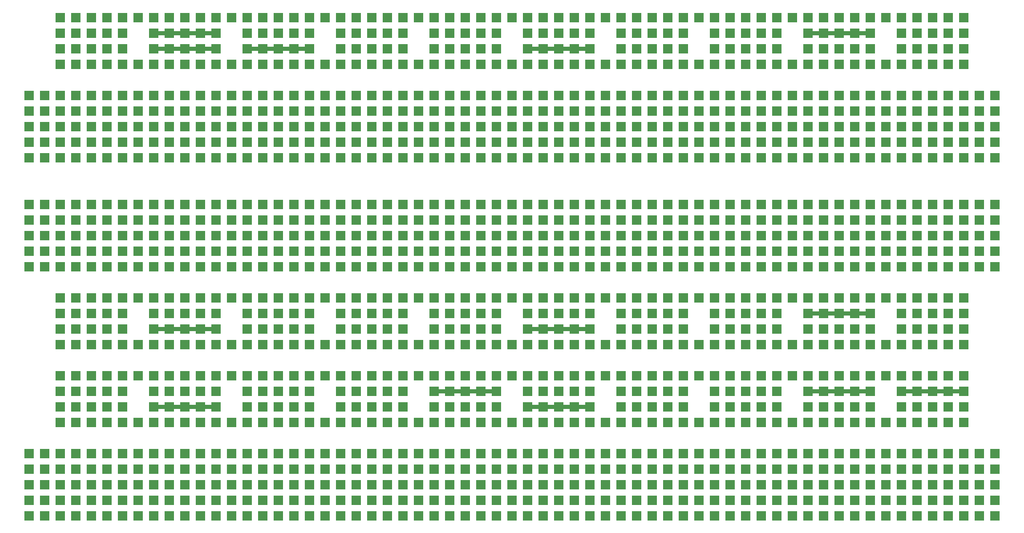
<source format=gbr>
G04 #@! TF.GenerationSoftware,KiCad,Pcbnew,(5.1.5)-3*
G04 #@! TF.CreationDate,2020-06-05T14:31:45+02:00*
G04 #@! TF.ProjectId,Perfboard,50657266-626f-4617-9264-2e6b69636164,rev?*
G04 #@! TF.SameCoordinates,Original*
G04 #@! TF.FileFunction,Copper,L1,Top*
G04 #@! TF.FilePolarity,Positive*
%FSLAX46Y46*%
G04 Gerber Fmt 4.6, Leading zero omitted, Abs format (unit mm)*
G04 Created by KiCad (PCBNEW (5.1.5)-3) date 2020-06-05 14:31:45*
%MOMM*%
%LPD*%
G04 APERTURE LIST*
%ADD10R,1.524000X1.524000*%
%ADD11C,0.700000*%
G04 APERTURE END LIST*
D10*
X152400000Y-38100000D03*
X162560000Y-35560000D03*
X127000000Y-45720000D03*
X147320000Y-40640000D03*
X129540000Y-43180000D03*
X127000000Y-43180000D03*
X142240000Y-43180000D03*
X121920000Y-43180000D03*
X132080000Y-43180000D03*
X124460000Y-45720000D03*
X132080000Y-40640000D03*
X139700000Y-35560000D03*
X124460000Y-35560000D03*
X119380000Y-35560000D03*
X121920000Y-45720000D03*
X180340000Y-40640000D03*
X149860000Y-45720000D03*
X124460000Y-40640000D03*
X127000000Y-40640000D03*
X119380000Y-45720000D03*
X116840000Y-35560000D03*
X116840000Y-45720000D03*
X116840000Y-43180000D03*
X132080000Y-45720000D03*
X132080000Y-35560000D03*
X154940000Y-35560000D03*
X144780000Y-43180000D03*
X152400000Y-43180000D03*
X139700000Y-38100000D03*
X121920000Y-40640000D03*
X116840000Y-38100000D03*
X134620000Y-45720000D03*
X147320000Y-38100000D03*
X129540000Y-35560000D03*
X142240000Y-35560000D03*
X144780000Y-40640000D03*
X139700000Y-40640000D03*
X127000000Y-35560000D03*
X119380000Y-40640000D03*
X119380000Y-38100000D03*
X124460000Y-43180000D03*
X132080000Y-38100000D03*
X121920000Y-35560000D03*
X111760000Y-38100000D03*
X96520000Y-35560000D03*
X114300000Y-45720000D03*
X109220000Y-38100000D03*
X106680000Y-40640000D03*
X111760000Y-40640000D03*
X99060000Y-43180000D03*
X114300000Y-40640000D03*
X106680000Y-43180000D03*
X109220000Y-35560000D03*
X104140000Y-43180000D03*
X114300000Y-43180000D03*
X99060000Y-45720000D03*
X109220000Y-40640000D03*
X116840000Y-40640000D03*
X111760000Y-43180000D03*
X106680000Y-35560000D03*
X114300000Y-38100000D03*
X134620000Y-35560000D03*
X129540000Y-40640000D03*
X101600000Y-45720000D03*
X83820000Y-40640000D03*
X83820000Y-38100000D03*
X76200000Y-43180000D03*
X86360000Y-43180000D03*
X104140000Y-45720000D03*
X104140000Y-38100000D03*
X127000000Y-38100000D03*
X99060000Y-38100000D03*
X91440000Y-43180000D03*
X88900000Y-35560000D03*
X96520000Y-40640000D03*
X106680000Y-38100000D03*
X81280000Y-45720000D03*
X101600000Y-40640000D03*
X93980000Y-40640000D03*
X96520000Y-43180000D03*
X111760000Y-45720000D03*
X109220000Y-45720000D03*
X104140000Y-40640000D03*
X114300000Y-35560000D03*
X93980000Y-45720000D03*
X88900000Y-45720000D03*
X83820000Y-35560000D03*
X109220000Y-43180000D03*
X111760000Y-35560000D03*
X93980000Y-43180000D03*
X88900000Y-43180000D03*
X101600000Y-38100000D03*
X93980000Y-38100000D03*
X81280000Y-43180000D03*
X104140000Y-35560000D03*
X78740000Y-43180000D03*
X106680000Y-45720000D03*
X129540000Y-38100000D03*
X96520000Y-45720000D03*
X81280000Y-38100000D03*
X86360000Y-45720000D03*
X76200000Y-45720000D03*
X78740000Y-45720000D03*
X81280000Y-40640000D03*
X71120000Y-40640000D03*
X88900000Y-38100000D03*
X86360000Y-35560000D03*
X86360000Y-40640000D03*
X76200000Y-35560000D03*
X101600000Y-35560000D03*
X78740000Y-35560000D03*
X73660000Y-45720000D03*
X83820000Y-43180000D03*
X99060000Y-35560000D03*
X68580000Y-43180000D03*
X73660000Y-43180000D03*
X73660000Y-40640000D03*
X96520000Y-38100000D03*
X76200000Y-38100000D03*
X83820000Y-45720000D03*
X101600000Y-43180000D03*
X78740000Y-38100000D03*
X71120000Y-45720000D03*
X76200000Y-40640000D03*
X78740000Y-40640000D03*
X73660000Y-38100000D03*
X73660000Y-35560000D03*
X71120000Y-43180000D03*
X68580000Y-40640000D03*
X66040000Y-38100000D03*
X63500000Y-35560000D03*
X60960000Y-38100000D03*
X68580000Y-35560000D03*
X63500000Y-45720000D03*
X55880000Y-35560000D03*
X99060000Y-40640000D03*
X86360000Y-38100000D03*
X55880000Y-45720000D03*
X55880000Y-43180000D03*
X53340000Y-40640000D03*
X93980000Y-35560000D03*
X58420000Y-43180000D03*
X63500000Y-43180000D03*
X88900000Y-40640000D03*
X66040000Y-35560000D03*
X53340000Y-45720000D03*
X81280000Y-35560000D03*
X71120000Y-38100000D03*
X68580000Y-38100000D03*
X91440000Y-38100000D03*
X60960000Y-45720000D03*
X68580000Y-45720000D03*
X66040000Y-43180000D03*
X55880000Y-38100000D03*
X91440000Y-45720000D03*
X60960000Y-40640000D03*
X91440000Y-35560000D03*
X91440000Y-40640000D03*
X66040000Y-45720000D03*
X63500000Y-40640000D03*
X71120000Y-35560000D03*
X66040000Y-40640000D03*
X58420000Y-38100000D03*
X58420000Y-45720000D03*
X63500000Y-38100000D03*
X53340000Y-43180000D03*
X53340000Y-38100000D03*
X55880000Y-40640000D03*
X45720000Y-43180000D03*
X48260000Y-35560000D03*
X48260000Y-45720000D03*
X45720000Y-45720000D03*
X43180000Y-38100000D03*
X38100000Y-43180000D03*
X43180000Y-40640000D03*
X48260000Y-43180000D03*
X40640000Y-38100000D03*
X40640000Y-43180000D03*
X43180000Y-35560000D03*
X38100000Y-45720000D03*
X35560000Y-35560000D03*
X40640000Y-45720000D03*
X35560000Y-43180000D03*
X60960000Y-35560000D03*
X38100000Y-35560000D03*
X50800000Y-35560000D03*
X50800000Y-45720000D03*
X60960000Y-43180000D03*
X35560000Y-38100000D03*
X50800000Y-40640000D03*
X58420000Y-35560000D03*
X58420000Y-40640000D03*
X48260000Y-40640000D03*
X38100000Y-38100000D03*
X43180000Y-43180000D03*
X40640000Y-35560000D03*
X50800000Y-38100000D03*
X27940000Y-45720000D03*
X45720000Y-35560000D03*
X33020000Y-40640000D03*
X35560000Y-40640000D03*
X40640000Y-40640000D03*
X25400000Y-45720000D03*
X30480000Y-45720000D03*
X22860000Y-38100000D03*
X43180000Y-45720000D03*
X33020000Y-45720000D03*
X45720000Y-38100000D03*
X30480000Y-40640000D03*
X53340000Y-35560000D03*
X38100000Y-40640000D03*
X27940000Y-35560000D03*
X30480000Y-43180000D03*
X25400000Y-38100000D03*
X35560000Y-45720000D03*
X33020000Y-43180000D03*
X30480000Y-35560000D03*
X45720000Y-40640000D03*
X27940000Y-43180000D03*
X50800000Y-43180000D03*
X25400000Y-43180000D03*
X22860000Y-40640000D03*
X22860000Y-45720000D03*
X22860000Y-43180000D03*
X33020000Y-38100000D03*
X27940000Y-38100000D03*
X30480000Y-38100000D03*
X48260000Y-38100000D03*
X25400000Y-35560000D03*
X22860000Y-35560000D03*
X27940000Y-40640000D03*
X33020000Y-35560000D03*
X25400000Y-40640000D03*
X180340000Y-45720000D03*
X175260000Y-38100000D03*
X177800000Y-40640000D03*
X175260000Y-40640000D03*
X180340000Y-38100000D03*
X175260000Y-45720000D03*
X180340000Y-43180000D03*
X177800000Y-35560000D03*
X170180000Y-35560000D03*
X165100000Y-40640000D03*
X177800000Y-45720000D03*
X167640000Y-43180000D03*
X175260000Y-43180000D03*
X157480000Y-43180000D03*
X162560000Y-38100000D03*
X177800000Y-43180000D03*
X165100000Y-38100000D03*
X172720000Y-43180000D03*
X170180000Y-45720000D03*
X157480000Y-38100000D03*
X170180000Y-43180000D03*
X175260000Y-35560000D03*
X165100000Y-35560000D03*
X160020000Y-43180000D03*
X162560000Y-43180000D03*
X157480000Y-45720000D03*
X160020000Y-45720000D03*
X154940000Y-45720000D03*
X170180000Y-40640000D03*
X157480000Y-40640000D03*
X165100000Y-43180000D03*
X160020000Y-35560000D03*
X167640000Y-35560000D03*
X172720000Y-35560000D03*
X152400000Y-40640000D03*
X149860000Y-43180000D03*
X162560000Y-45720000D03*
X167640000Y-40640000D03*
X170180000Y-38100000D03*
X157480000Y-35560000D03*
X152400000Y-45720000D03*
X172720000Y-40640000D03*
X147320000Y-45720000D03*
X149860000Y-38100000D03*
X167640000Y-45720000D03*
X177800000Y-38100000D03*
X172720000Y-38100000D03*
X134620000Y-43180000D03*
X137160000Y-43180000D03*
X142240000Y-40640000D03*
X124460000Y-38100000D03*
X154940000Y-43180000D03*
X137160000Y-40640000D03*
X154940000Y-40640000D03*
X162560000Y-40640000D03*
X165100000Y-45720000D03*
X160020000Y-38100000D03*
X137160000Y-45720000D03*
X137160000Y-38100000D03*
X152400000Y-35560000D03*
X149860000Y-35560000D03*
X147320000Y-43180000D03*
X160020000Y-40640000D03*
X144780000Y-38100000D03*
X144780000Y-45720000D03*
X154940000Y-38100000D03*
X167640000Y-38100000D03*
X139700000Y-45720000D03*
X139700000Y-43180000D03*
X134620000Y-40640000D03*
X142240000Y-38100000D03*
X144780000Y-35560000D03*
X172720000Y-45720000D03*
X142240000Y-45720000D03*
X129540000Y-45720000D03*
X180340000Y-35560000D03*
X137160000Y-35560000D03*
X119380000Y-43180000D03*
X134620000Y-38100000D03*
X121920000Y-38100000D03*
X149860000Y-40640000D03*
X147320000Y-35560000D03*
X175260000Y-58420000D03*
X170180000Y-53340000D03*
X177800000Y-63500000D03*
X167640000Y-60960000D03*
X162560000Y-55880000D03*
X180340000Y-55880000D03*
X165100000Y-58420000D03*
X175260000Y-60960000D03*
X157480000Y-60960000D03*
X177800000Y-53340000D03*
X172720000Y-60960000D03*
X180340000Y-60960000D03*
X180340000Y-63500000D03*
X175260000Y-63500000D03*
X175260000Y-55880000D03*
X177800000Y-60960000D03*
X165100000Y-55880000D03*
X177800000Y-58420000D03*
X170180000Y-63500000D03*
X160020000Y-60960000D03*
X154940000Y-63500000D03*
X170180000Y-58420000D03*
X157480000Y-58420000D03*
X170180000Y-60960000D03*
X162560000Y-60960000D03*
X175260000Y-53340000D03*
X165100000Y-60960000D03*
X167640000Y-53340000D03*
X152400000Y-58420000D03*
X149860000Y-60960000D03*
X160020000Y-53340000D03*
X172720000Y-53340000D03*
X162560000Y-63500000D03*
X165100000Y-53340000D03*
X157480000Y-63500000D03*
X160020000Y-63500000D03*
X167640000Y-58420000D03*
X170180000Y-55880000D03*
X157480000Y-55880000D03*
X157480000Y-53340000D03*
X180340000Y-53340000D03*
X152400000Y-63500000D03*
X154940000Y-60960000D03*
X147320000Y-63500000D03*
X154940000Y-58420000D03*
X165100000Y-63500000D03*
X160020000Y-55880000D03*
X152400000Y-53340000D03*
X149860000Y-53340000D03*
X160020000Y-58420000D03*
X172720000Y-58420000D03*
X162560000Y-58420000D03*
X167640000Y-63500000D03*
X154940000Y-55880000D03*
X177800000Y-55880000D03*
X149860000Y-55880000D03*
X172720000Y-55880000D03*
X167640000Y-55880000D03*
X147320000Y-60960000D03*
X147320000Y-53340000D03*
X137160000Y-53340000D03*
X134620000Y-58420000D03*
X142240000Y-55880000D03*
X137160000Y-63500000D03*
X139700000Y-63500000D03*
X144780000Y-53340000D03*
X172720000Y-63500000D03*
X144780000Y-63500000D03*
X149860000Y-58420000D03*
X144780000Y-55880000D03*
X137160000Y-60960000D03*
X137160000Y-55880000D03*
X124460000Y-55880000D03*
X119380000Y-60960000D03*
X121920000Y-55880000D03*
X134620000Y-60960000D03*
X139700000Y-60960000D03*
X142240000Y-58420000D03*
X142240000Y-63500000D03*
X134620000Y-55880000D03*
X129540000Y-63500000D03*
X137160000Y-58420000D03*
X154940000Y-53340000D03*
X144780000Y-60960000D03*
X134620000Y-63500000D03*
X129540000Y-53340000D03*
X144780000Y-58420000D03*
X147320000Y-55880000D03*
X152400000Y-55880000D03*
X162560000Y-53340000D03*
X180340000Y-58420000D03*
X149860000Y-63500000D03*
X152400000Y-60960000D03*
X127000000Y-63500000D03*
X147320000Y-58420000D03*
X139700000Y-55880000D03*
X129540000Y-60960000D03*
X127000000Y-60960000D03*
X124460000Y-53340000D03*
X116840000Y-60960000D03*
X142240000Y-60960000D03*
X124460000Y-58420000D03*
X121920000Y-60960000D03*
X132080000Y-63500000D03*
X139700000Y-58420000D03*
X132080000Y-60960000D03*
X116840000Y-63500000D03*
X119380000Y-63500000D03*
X116840000Y-53340000D03*
X121920000Y-58420000D03*
X121920000Y-63500000D03*
X127000000Y-58420000D03*
X142240000Y-53340000D03*
X116840000Y-55880000D03*
X139700000Y-53340000D03*
X124460000Y-63500000D03*
X119380000Y-53340000D03*
X132080000Y-53340000D03*
X132080000Y-58420000D03*
X127000000Y-53340000D03*
X119380000Y-55880000D03*
X124460000Y-60960000D03*
X132080000Y-55880000D03*
X121920000Y-53340000D03*
X111760000Y-55880000D03*
X96520000Y-53340000D03*
X114300000Y-63500000D03*
X119380000Y-58420000D03*
X109220000Y-63500000D03*
X109220000Y-55880000D03*
X104140000Y-58420000D03*
X106680000Y-58420000D03*
X99060000Y-60960000D03*
X106680000Y-60960000D03*
X109220000Y-53340000D03*
X104140000Y-60960000D03*
X114300000Y-60960000D03*
X111760000Y-60960000D03*
X111760000Y-58420000D03*
X106680000Y-53340000D03*
X109220000Y-58420000D03*
X114300000Y-55880000D03*
X116840000Y-58420000D03*
X114300000Y-58420000D03*
X99060000Y-63500000D03*
X106680000Y-55880000D03*
X104140000Y-63500000D03*
X106680000Y-63500000D03*
X111760000Y-53340000D03*
X101600000Y-55880000D03*
X127000000Y-55880000D03*
X109220000Y-60960000D03*
X134620000Y-53340000D03*
X114300000Y-53340000D03*
X129540000Y-55880000D03*
X129540000Y-58420000D03*
X111760000Y-63500000D03*
X104140000Y-55880000D03*
X104140000Y-53340000D03*
X96520000Y-63500000D03*
X101600000Y-63500000D03*
X96520000Y-60960000D03*
X101600000Y-58420000D03*
X81280000Y-55880000D03*
X83820000Y-58420000D03*
X76200000Y-60960000D03*
X99060000Y-55880000D03*
X93980000Y-63500000D03*
X83820000Y-55880000D03*
X93980000Y-58420000D03*
X88900000Y-53340000D03*
X93980000Y-60960000D03*
X96520000Y-58420000D03*
X86360000Y-60960000D03*
X91440000Y-60960000D03*
X93980000Y-55880000D03*
X88900000Y-63500000D03*
X86360000Y-63500000D03*
X78740000Y-60960000D03*
X88900000Y-60960000D03*
X81280000Y-60960000D03*
X81280000Y-63500000D03*
X83820000Y-53340000D03*
X76200000Y-63500000D03*
X78740000Y-63500000D03*
X86360000Y-58420000D03*
X101600000Y-53340000D03*
X88900000Y-55880000D03*
X73660000Y-63500000D03*
X83820000Y-60960000D03*
X99060000Y-53340000D03*
X68580000Y-60960000D03*
X73660000Y-60960000D03*
X76200000Y-53340000D03*
X81280000Y-58420000D03*
X86360000Y-53340000D03*
X73660000Y-58420000D03*
X96520000Y-55880000D03*
X76200000Y-55880000D03*
X83820000Y-63500000D03*
X71120000Y-58420000D03*
X101600000Y-60960000D03*
X78740000Y-53340000D03*
X91440000Y-53340000D03*
X78740000Y-55880000D03*
X71120000Y-63500000D03*
X93980000Y-53340000D03*
X66040000Y-63500000D03*
X68580000Y-53340000D03*
X76200000Y-58420000D03*
X91440000Y-58420000D03*
X78740000Y-58420000D03*
X88900000Y-58420000D03*
X71120000Y-53340000D03*
X73660000Y-55880000D03*
X71120000Y-55880000D03*
X81280000Y-53340000D03*
X68580000Y-55880000D03*
X91440000Y-55880000D03*
X99060000Y-58420000D03*
X68580000Y-63500000D03*
X71120000Y-60960000D03*
X91440000Y-63500000D03*
X86360000Y-55880000D03*
X66040000Y-60960000D03*
X66040000Y-55880000D03*
X66040000Y-58420000D03*
X66040000Y-53340000D03*
X63500000Y-63500000D03*
X63500000Y-58420000D03*
X68580000Y-58420000D03*
X73660000Y-53340000D03*
X63500000Y-60960000D03*
X58420000Y-60960000D03*
X63500000Y-55880000D03*
X63500000Y-53340000D03*
X60960000Y-55880000D03*
X55880000Y-63500000D03*
X58420000Y-63500000D03*
X55880000Y-53340000D03*
X60960000Y-63500000D03*
X55880000Y-60960000D03*
X55880000Y-55880000D03*
X60960000Y-58420000D03*
X58420000Y-55880000D03*
X53340000Y-63500000D03*
X53340000Y-58420000D03*
X53340000Y-60960000D03*
X53340000Y-55880000D03*
X55880000Y-58420000D03*
X48260000Y-53340000D03*
X48260000Y-63500000D03*
X45720000Y-63500000D03*
X43180000Y-55880000D03*
X38100000Y-60960000D03*
X40640000Y-55880000D03*
X48260000Y-60960000D03*
X45720000Y-60960000D03*
X43180000Y-58420000D03*
X40640000Y-60960000D03*
X43180000Y-53340000D03*
X35560000Y-63500000D03*
X38100000Y-63500000D03*
X35560000Y-53340000D03*
X40640000Y-63500000D03*
X45720000Y-58420000D03*
X35560000Y-60960000D03*
X60960000Y-53340000D03*
X50800000Y-60960000D03*
X50800000Y-63500000D03*
X35560000Y-55880000D03*
X40640000Y-58420000D03*
X60960000Y-60960000D03*
X58420000Y-53340000D03*
X58420000Y-58420000D03*
X43180000Y-63500000D03*
X38100000Y-53340000D03*
X50800000Y-53340000D03*
X53340000Y-53340000D03*
X50800000Y-58420000D03*
X48260000Y-55880000D03*
X45720000Y-53340000D03*
X48260000Y-58420000D03*
X45720000Y-55880000D03*
X38100000Y-55880000D03*
X43180000Y-60960000D03*
X50800000Y-55880000D03*
X40640000Y-53340000D03*
X33020000Y-63500000D03*
X33020000Y-60960000D03*
X33020000Y-58420000D03*
X33020000Y-55880000D03*
X30480000Y-63500000D03*
X38100000Y-58420000D03*
X27940000Y-53340000D03*
X35560000Y-58420000D03*
X30480000Y-55880000D03*
X27940000Y-63500000D03*
X30480000Y-60960000D03*
X25400000Y-63500000D03*
X30480000Y-53340000D03*
X27940000Y-60960000D03*
X27940000Y-55880000D03*
X30480000Y-58420000D03*
X25400000Y-60960000D03*
X25400000Y-55880000D03*
X25400000Y-53340000D03*
X22860000Y-63500000D03*
X22860000Y-60960000D03*
X22860000Y-58420000D03*
X22860000Y-55880000D03*
X22860000Y-53340000D03*
X27940000Y-58420000D03*
X33020000Y-53340000D03*
X25400000Y-58420000D03*
X177800000Y-93980000D03*
X180340000Y-101600000D03*
X180340000Y-104140000D03*
X177800000Y-104140000D03*
X177800000Y-101600000D03*
X162560000Y-96520000D03*
X165100000Y-99060000D03*
X157480000Y-101600000D03*
X180340000Y-96520000D03*
X175260000Y-104140000D03*
X165100000Y-96520000D03*
X175260000Y-99060000D03*
X170180000Y-93980000D03*
X175260000Y-101600000D03*
X177800000Y-99060000D03*
X167640000Y-101600000D03*
X172720000Y-101600000D03*
X175260000Y-96520000D03*
X170180000Y-104140000D03*
X167640000Y-104140000D03*
X160020000Y-101600000D03*
X170180000Y-101600000D03*
X162560000Y-101600000D03*
X162560000Y-104140000D03*
X165100000Y-93980000D03*
X157480000Y-104140000D03*
X160020000Y-104140000D03*
X167640000Y-99060000D03*
X170180000Y-96520000D03*
X154940000Y-104140000D03*
X165100000Y-101600000D03*
X180340000Y-93980000D03*
X149860000Y-101600000D03*
X154940000Y-101600000D03*
X157480000Y-93980000D03*
X162560000Y-99060000D03*
X167640000Y-93980000D03*
X154940000Y-99060000D03*
X177800000Y-96520000D03*
X157480000Y-96520000D03*
X165100000Y-104140000D03*
X152400000Y-99060000D03*
X160020000Y-93980000D03*
X172720000Y-93980000D03*
X160020000Y-96520000D03*
X152400000Y-104140000D03*
X175260000Y-93980000D03*
X147320000Y-104140000D03*
X149860000Y-93980000D03*
X157480000Y-99060000D03*
X172720000Y-99060000D03*
X160020000Y-99060000D03*
X170180000Y-99060000D03*
X152400000Y-93980000D03*
X154940000Y-96520000D03*
X152400000Y-96520000D03*
X162560000Y-93980000D03*
X149860000Y-96520000D03*
X172720000Y-96520000D03*
X180340000Y-99060000D03*
X149860000Y-104140000D03*
X152400000Y-101600000D03*
X172720000Y-104140000D03*
X167640000Y-96520000D03*
X147320000Y-101600000D03*
X147320000Y-96520000D03*
X147320000Y-99060000D03*
X147320000Y-93980000D03*
X144780000Y-104140000D03*
X144780000Y-99060000D03*
X149860000Y-99060000D03*
X154940000Y-93980000D03*
X144780000Y-101600000D03*
X139700000Y-101600000D03*
X144780000Y-96520000D03*
X144780000Y-93980000D03*
X142240000Y-96520000D03*
X137160000Y-104140000D03*
X139700000Y-104140000D03*
X137160000Y-93980000D03*
X142240000Y-104140000D03*
X137160000Y-101600000D03*
X137160000Y-96520000D03*
X142240000Y-99060000D03*
X139700000Y-96520000D03*
X134620000Y-104140000D03*
X134620000Y-99060000D03*
X134620000Y-101600000D03*
X134620000Y-96520000D03*
X137160000Y-99060000D03*
X129540000Y-93980000D03*
X129540000Y-104140000D03*
X127000000Y-104140000D03*
X124460000Y-96520000D03*
X119380000Y-101600000D03*
X121920000Y-96520000D03*
X129540000Y-101600000D03*
X127000000Y-101600000D03*
X124460000Y-99060000D03*
X121920000Y-101600000D03*
X124460000Y-93980000D03*
X116840000Y-104140000D03*
X119380000Y-104140000D03*
X116840000Y-93980000D03*
X121920000Y-104140000D03*
X127000000Y-99060000D03*
X116840000Y-101600000D03*
X142240000Y-93980000D03*
X132080000Y-101600000D03*
X132080000Y-104140000D03*
X116840000Y-96520000D03*
X121920000Y-99060000D03*
X142240000Y-101600000D03*
X139700000Y-93980000D03*
X139700000Y-99060000D03*
X124460000Y-104140000D03*
X119380000Y-93980000D03*
X132080000Y-93980000D03*
X134620000Y-93980000D03*
X132080000Y-99060000D03*
X129540000Y-96520000D03*
X127000000Y-93980000D03*
X129540000Y-99060000D03*
X127000000Y-96520000D03*
X119380000Y-96520000D03*
X124460000Y-101600000D03*
X132080000Y-96520000D03*
X121920000Y-93980000D03*
X114300000Y-104140000D03*
X114300000Y-101600000D03*
X114300000Y-99060000D03*
X114300000Y-96520000D03*
X111760000Y-104140000D03*
X119380000Y-99060000D03*
X109220000Y-93980000D03*
X116840000Y-99060000D03*
X111760000Y-96520000D03*
X109220000Y-104140000D03*
X111760000Y-101600000D03*
X106680000Y-104140000D03*
X111760000Y-93980000D03*
X109220000Y-101600000D03*
X109220000Y-96520000D03*
X111760000Y-99060000D03*
X106680000Y-101600000D03*
X106680000Y-96520000D03*
X106680000Y-93980000D03*
X104140000Y-104140000D03*
X104140000Y-101600000D03*
X104140000Y-99060000D03*
X104140000Y-96520000D03*
X104140000Y-93980000D03*
X109220000Y-99060000D03*
X114300000Y-93980000D03*
X106680000Y-99060000D03*
X99060000Y-101600000D03*
X101600000Y-96520000D03*
X96520000Y-104140000D03*
X99060000Y-104140000D03*
X96520000Y-93980000D03*
X101600000Y-104140000D03*
X96520000Y-101600000D03*
X96520000Y-96520000D03*
X101600000Y-99060000D03*
X99060000Y-96520000D03*
X93980000Y-104140000D03*
X93980000Y-99060000D03*
X93980000Y-101600000D03*
X93980000Y-96520000D03*
X96520000Y-99060000D03*
X88900000Y-93980000D03*
X88900000Y-104140000D03*
X86360000Y-104140000D03*
X83820000Y-96520000D03*
X78740000Y-101600000D03*
X81280000Y-96520000D03*
X88900000Y-101600000D03*
X86360000Y-101600000D03*
X83820000Y-99060000D03*
X81280000Y-101600000D03*
X83820000Y-93980000D03*
X76200000Y-104140000D03*
X78740000Y-104140000D03*
X76200000Y-93980000D03*
X81280000Y-104140000D03*
X86360000Y-99060000D03*
X76200000Y-101600000D03*
X101600000Y-93980000D03*
X91440000Y-101600000D03*
X91440000Y-104140000D03*
X76200000Y-96520000D03*
X81280000Y-99060000D03*
X101600000Y-101600000D03*
X99060000Y-93980000D03*
X99060000Y-99060000D03*
X83820000Y-104140000D03*
X78740000Y-93980000D03*
X91440000Y-93980000D03*
X93980000Y-93980000D03*
X91440000Y-99060000D03*
X88900000Y-96520000D03*
X86360000Y-93980000D03*
X88900000Y-99060000D03*
X86360000Y-96520000D03*
X78740000Y-96520000D03*
X83820000Y-101600000D03*
X91440000Y-96520000D03*
X81280000Y-93980000D03*
X73660000Y-104140000D03*
X73660000Y-101600000D03*
X73660000Y-99060000D03*
X73660000Y-96520000D03*
X71120000Y-104140000D03*
X78740000Y-99060000D03*
X68580000Y-93980000D03*
X76200000Y-99060000D03*
X71120000Y-96520000D03*
X68580000Y-104140000D03*
X71120000Y-101600000D03*
X66040000Y-104140000D03*
X71120000Y-93980000D03*
X68580000Y-101600000D03*
X68580000Y-96520000D03*
X71120000Y-99060000D03*
X66040000Y-101600000D03*
X66040000Y-96520000D03*
X66040000Y-93980000D03*
X63500000Y-104140000D03*
X63500000Y-101600000D03*
X63500000Y-99060000D03*
X63500000Y-96520000D03*
X63500000Y-93980000D03*
X68580000Y-99060000D03*
X73660000Y-93980000D03*
X66040000Y-99060000D03*
X58420000Y-101600000D03*
X60960000Y-96520000D03*
X60960000Y-101600000D03*
X55880000Y-104140000D03*
X58420000Y-104140000D03*
X55880000Y-93980000D03*
X60960000Y-104140000D03*
X55880000Y-101600000D03*
X55880000Y-96520000D03*
X60960000Y-99060000D03*
X58420000Y-93980000D03*
X58420000Y-96520000D03*
X60960000Y-93980000D03*
X53340000Y-104140000D03*
X53340000Y-101600000D03*
X53340000Y-99060000D03*
X53340000Y-96520000D03*
X50800000Y-104140000D03*
X58420000Y-99060000D03*
X48260000Y-93980000D03*
X55880000Y-99060000D03*
X50800000Y-96520000D03*
X48260000Y-104140000D03*
X50800000Y-101600000D03*
X45720000Y-104140000D03*
X50800000Y-93980000D03*
X48260000Y-101600000D03*
X48260000Y-96520000D03*
X50800000Y-99060000D03*
X45720000Y-101600000D03*
X45720000Y-96520000D03*
X45720000Y-93980000D03*
X43180000Y-104140000D03*
X43180000Y-101600000D03*
X43180000Y-99060000D03*
X43180000Y-96520000D03*
X43180000Y-93980000D03*
X48260000Y-99060000D03*
X53340000Y-93980000D03*
X45720000Y-99060000D03*
X40640000Y-104140000D03*
X38100000Y-93980000D03*
X40640000Y-96520000D03*
X38100000Y-104140000D03*
X40640000Y-101600000D03*
X35560000Y-104140000D03*
X40640000Y-93980000D03*
X38100000Y-101600000D03*
X38100000Y-96520000D03*
X40640000Y-99060000D03*
X35560000Y-101600000D03*
X35560000Y-96520000D03*
X35560000Y-93980000D03*
X33020000Y-104140000D03*
X33020000Y-101600000D03*
X33020000Y-99060000D03*
X33020000Y-96520000D03*
X33020000Y-93980000D03*
X38100000Y-99060000D03*
X35560000Y-99060000D03*
X30480000Y-104140000D03*
X30480000Y-101600000D03*
X30480000Y-96520000D03*
X30480000Y-93980000D03*
X27940000Y-104140000D03*
X27940000Y-101600000D03*
X27940000Y-99060000D03*
X27940000Y-96520000D03*
X27940000Y-93980000D03*
X30480000Y-99060000D03*
X25400000Y-104140000D03*
X25400000Y-101600000D03*
X25400000Y-99060000D03*
X25400000Y-96520000D03*
X25400000Y-93980000D03*
X22860000Y-104140000D03*
X22860000Y-101600000D03*
X22860000Y-99060000D03*
X22860000Y-96520000D03*
X22860000Y-93980000D03*
X154940000Y-68580000D03*
X149860000Y-73660000D03*
X160020000Y-76200000D03*
X170180000Y-71120000D03*
X165100000Y-71120000D03*
X167640000Y-68580000D03*
X175260000Y-76200000D03*
X149860000Y-71120000D03*
X172720000Y-76200000D03*
X149860000Y-68580000D03*
X162560000Y-68580000D03*
X157480000Y-68580000D03*
X154940000Y-76200000D03*
X152400000Y-68580000D03*
X149860000Y-76200000D03*
X152400000Y-76200000D03*
X170180000Y-73660000D03*
X160020000Y-71120000D03*
X154940000Y-73660000D03*
X157480000Y-73660000D03*
X137160000Y-68580000D03*
X167640000Y-73660000D03*
X134620000Y-68580000D03*
X139700000Y-76200000D03*
X172720000Y-73660000D03*
X144780000Y-76200000D03*
X167640000Y-76200000D03*
X165100000Y-73660000D03*
X160020000Y-68580000D03*
X121920000Y-68580000D03*
X172720000Y-71120000D03*
X160020000Y-73660000D03*
X170180000Y-76200000D03*
X165100000Y-68580000D03*
X170180000Y-68580000D03*
X167640000Y-71120000D03*
X175260000Y-73660000D03*
X154940000Y-71120000D03*
X142240000Y-76200000D03*
X157480000Y-71120000D03*
X119380000Y-76200000D03*
X157480000Y-76200000D03*
X132080000Y-68580000D03*
X147320000Y-76200000D03*
X152400000Y-71120000D03*
X124460000Y-73660000D03*
X144780000Y-68580000D03*
X111760000Y-76200000D03*
X175260000Y-68580000D03*
X175260000Y-71120000D03*
X162560000Y-76200000D03*
X142240000Y-68580000D03*
X137160000Y-76200000D03*
X172720000Y-68580000D03*
X132080000Y-76200000D03*
X129540000Y-76200000D03*
X121920000Y-73660000D03*
X124460000Y-76200000D03*
X109220000Y-76200000D03*
X142240000Y-71120000D03*
X119380000Y-68580000D03*
X124460000Y-68580000D03*
X114300000Y-76200000D03*
X127000000Y-76200000D03*
X144780000Y-73660000D03*
X137160000Y-73660000D03*
X134620000Y-71120000D03*
X147320000Y-68580000D03*
X129540000Y-68580000D03*
X165100000Y-76200000D03*
X116840000Y-76200000D03*
X121920000Y-71120000D03*
X127000000Y-68580000D03*
X106680000Y-68580000D03*
X119380000Y-73660000D03*
X139700000Y-68580000D03*
X139700000Y-71120000D03*
X152400000Y-73660000D03*
X119380000Y-71120000D03*
X88900000Y-76200000D03*
X91440000Y-68580000D03*
X93980000Y-71120000D03*
X127000000Y-71120000D03*
X142240000Y-73660000D03*
X104140000Y-71120000D03*
X111760000Y-71120000D03*
X109220000Y-71120000D03*
X121920000Y-76200000D03*
X137160000Y-71120000D03*
X129540000Y-71120000D03*
X139700000Y-73660000D03*
X99060000Y-73660000D03*
X106680000Y-71120000D03*
X144780000Y-71120000D03*
X124460000Y-71120000D03*
X134620000Y-73660000D03*
X114300000Y-71120000D03*
X93980000Y-73660000D03*
X129540000Y-73660000D03*
X104140000Y-68580000D03*
X127000000Y-73660000D03*
X134620000Y-76200000D03*
X106680000Y-76200000D03*
X99060000Y-68580000D03*
X96520000Y-76200000D03*
X114300000Y-68580000D03*
X91440000Y-76200000D03*
X76200000Y-68580000D03*
X106680000Y-73660000D03*
X86360000Y-76200000D03*
X96520000Y-73660000D03*
X66040000Y-76200000D03*
X83820000Y-76200000D03*
X101600000Y-68580000D03*
X91440000Y-73660000D03*
X78740000Y-76200000D03*
X99060000Y-71120000D03*
X60960000Y-68580000D03*
X96520000Y-71120000D03*
X68580000Y-73660000D03*
X81280000Y-71120000D03*
X83820000Y-71120000D03*
X104140000Y-76200000D03*
X91440000Y-71120000D03*
X96520000Y-68580000D03*
X111760000Y-73660000D03*
X109220000Y-73660000D03*
X111760000Y-68580000D03*
X68580000Y-68580000D03*
X104140000Y-73660000D03*
X88900000Y-73660000D03*
X81280000Y-76200000D03*
X78740000Y-71120000D03*
X76200000Y-71120000D03*
X93980000Y-76200000D03*
X76200000Y-76200000D03*
X88900000Y-71120000D03*
X114300000Y-73660000D03*
X73660000Y-68580000D03*
X116840000Y-68580000D03*
X58420000Y-76200000D03*
X63500000Y-71120000D03*
X88900000Y-68580000D03*
X60960000Y-76200000D03*
X58420000Y-68580000D03*
X83820000Y-68580000D03*
X60960000Y-71120000D03*
X86360000Y-68580000D03*
X81280000Y-73660000D03*
X71120000Y-76200000D03*
X73660000Y-73660000D03*
X93980000Y-68580000D03*
X66040000Y-71120000D03*
X63500000Y-73660000D03*
X78740000Y-73660000D03*
X76200000Y-73660000D03*
X83820000Y-73660000D03*
X68580000Y-76200000D03*
X63500000Y-68580000D03*
X58420000Y-71120000D03*
X109220000Y-68580000D03*
X73660000Y-71120000D03*
X99060000Y-76200000D03*
X101600000Y-76200000D03*
X78740000Y-68580000D03*
X66040000Y-68580000D03*
X71120000Y-68580000D03*
X58420000Y-73660000D03*
X63500000Y-76200000D03*
X81280000Y-68580000D03*
X43180000Y-68580000D03*
X30480000Y-71120000D03*
X27940000Y-68580000D03*
X48260000Y-76200000D03*
X33020000Y-71120000D03*
X45720000Y-73660000D03*
X40640000Y-68580000D03*
X66040000Y-73660000D03*
X73660000Y-76200000D03*
X55880000Y-68580000D03*
X55880000Y-76200000D03*
X48260000Y-68580000D03*
X40640000Y-76200000D03*
X53340000Y-76200000D03*
X45720000Y-71120000D03*
X53340000Y-68580000D03*
X30480000Y-68580000D03*
X45720000Y-76200000D03*
X33020000Y-73660000D03*
X33020000Y-68580000D03*
X38100000Y-68580000D03*
X33020000Y-76200000D03*
X53340000Y-71120000D03*
X50800000Y-76200000D03*
X48260000Y-71120000D03*
X50800000Y-73660000D03*
X38100000Y-73660000D03*
X50800000Y-71120000D03*
X45720000Y-68580000D03*
X43180000Y-71120000D03*
X27940000Y-76200000D03*
X38100000Y-76200000D03*
X27940000Y-73660000D03*
X43180000Y-73660000D03*
X30480000Y-76200000D03*
X60960000Y-73660000D03*
X35560000Y-76200000D03*
X68580000Y-71120000D03*
X35560000Y-71120000D03*
X27940000Y-71120000D03*
X53340000Y-73660000D03*
X50800000Y-68580000D03*
X35560000Y-68580000D03*
X48260000Y-73660000D03*
X30480000Y-73660000D03*
X35560000Y-73660000D03*
X43180000Y-76200000D03*
X38100000Y-71120000D03*
X175260000Y-88900000D03*
X162560000Y-81280000D03*
X149860000Y-81280000D03*
X154940000Y-81280000D03*
X167640000Y-81280000D03*
X149860000Y-88900000D03*
X149860000Y-83820000D03*
X157480000Y-81280000D03*
X172720000Y-88900000D03*
X149860000Y-86360000D03*
X152400000Y-81280000D03*
X165100000Y-83820000D03*
X160020000Y-88900000D03*
X154940000Y-88900000D03*
X170180000Y-83820000D03*
X152400000Y-88900000D03*
X170180000Y-86360000D03*
X134620000Y-81280000D03*
X157480000Y-86360000D03*
X139700000Y-88900000D03*
X172720000Y-86360000D03*
X144780000Y-88900000D03*
X137160000Y-81280000D03*
X172720000Y-83820000D03*
X160020000Y-86360000D03*
X167640000Y-86360000D03*
X167640000Y-88900000D03*
X170180000Y-88900000D03*
X165100000Y-86360000D03*
X160020000Y-83820000D03*
X160020000Y-81280000D03*
X154940000Y-86360000D03*
X121920000Y-81280000D03*
X165100000Y-81280000D03*
X165100000Y-88900000D03*
X170180000Y-81280000D03*
X175260000Y-86360000D03*
X154940000Y-83820000D03*
X142240000Y-88900000D03*
X119380000Y-88900000D03*
X157480000Y-88900000D03*
X147320000Y-88900000D03*
X152400000Y-83820000D03*
X175260000Y-81280000D03*
X167640000Y-83820000D03*
X157480000Y-83820000D03*
X175260000Y-83820000D03*
X137160000Y-88900000D03*
X172720000Y-81280000D03*
X162560000Y-88900000D03*
X152400000Y-86360000D03*
X142240000Y-83820000D03*
X134620000Y-83820000D03*
X137160000Y-86360000D03*
X132080000Y-81280000D03*
X119380000Y-86360000D03*
X129540000Y-88900000D03*
X124460000Y-81280000D03*
X116840000Y-88900000D03*
X109220000Y-88900000D03*
X114300000Y-88900000D03*
X147320000Y-81280000D03*
X124460000Y-88900000D03*
X106680000Y-81280000D03*
X129540000Y-81280000D03*
X111760000Y-88900000D03*
X119380000Y-81280000D03*
X127000000Y-81280000D03*
X119380000Y-83820000D03*
X142240000Y-81280000D03*
X144780000Y-86360000D03*
X139700000Y-81280000D03*
X132080000Y-88900000D03*
X127000000Y-88900000D03*
X139700000Y-83820000D03*
X121920000Y-83820000D03*
X121920000Y-86360000D03*
X124460000Y-86360000D03*
X144780000Y-81280000D03*
X121920000Y-88900000D03*
X137160000Y-83820000D03*
X129540000Y-83820000D03*
X139700000Y-86360000D03*
X144780000Y-83820000D03*
X129540000Y-86360000D03*
X127000000Y-86360000D03*
X127000000Y-83820000D03*
X124460000Y-83820000D03*
X142240000Y-86360000D03*
X134620000Y-86360000D03*
X134620000Y-88900000D03*
X91440000Y-81280000D03*
X106680000Y-88900000D03*
X88900000Y-88900000D03*
X104140000Y-81280000D03*
X99060000Y-81280000D03*
X96520000Y-88900000D03*
X109220000Y-83820000D03*
X91440000Y-88900000D03*
X114300000Y-81280000D03*
X114300000Y-83820000D03*
X99060000Y-86360000D03*
X106680000Y-83820000D03*
X111760000Y-83820000D03*
X93980000Y-83820000D03*
X104140000Y-83820000D03*
X93980000Y-86360000D03*
X88900000Y-81280000D03*
X111760000Y-86360000D03*
X109220000Y-86360000D03*
X106680000Y-86360000D03*
X96520000Y-81280000D03*
X91440000Y-83820000D03*
X104140000Y-86360000D03*
X101600000Y-81280000D03*
X88900000Y-86360000D03*
X93980000Y-88900000D03*
X86360000Y-88900000D03*
X83820000Y-88900000D03*
X76200000Y-81280000D03*
X81280000Y-88900000D03*
X78740000Y-88900000D03*
X99060000Y-83820000D03*
X76200000Y-88900000D03*
X73660000Y-81280000D03*
X68580000Y-81280000D03*
X60960000Y-81280000D03*
X58420000Y-88900000D03*
X96520000Y-83820000D03*
X66040000Y-88900000D03*
X78740000Y-83820000D03*
X111760000Y-81280000D03*
X91440000Y-86360000D03*
X104140000Y-88900000D03*
X96520000Y-86360000D03*
X83820000Y-83820000D03*
X68580000Y-86360000D03*
X76200000Y-83820000D03*
X81280000Y-83820000D03*
X114300000Y-86360000D03*
X63500000Y-83820000D03*
X88900000Y-83820000D03*
X116840000Y-81280000D03*
X109220000Y-81280000D03*
X60960000Y-88900000D03*
X83820000Y-81280000D03*
X73660000Y-83820000D03*
X99060000Y-88900000D03*
X63500000Y-86360000D03*
X86360000Y-81280000D03*
X93980000Y-81280000D03*
X101600000Y-88900000D03*
X58420000Y-81280000D03*
X78740000Y-81280000D03*
X81280000Y-86360000D03*
X78740000Y-86360000D03*
X76200000Y-86360000D03*
X66040000Y-81280000D03*
X60960000Y-83820000D03*
X71120000Y-81280000D03*
X73660000Y-86360000D03*
X63500000Y-81280000D03*
X68580000Y-88900000D03*
X58420000Y-86360000D03*
X71120000Y-88900000D03*
X63500000Y-88900000D03*
X66040000Y-83820000D03*
X58420000Y-83820000D03*
X83820000Y-86360000D03*
X81280000Y-81280000D03*
X60960000Y-86360000D03*
X66040000Y-86360000D03*
X73660000Y-88900000D03*
X55880000Y-81280000D03*
X55880000Y-88900000D03*
X53340000Y-88900000D03*
X53340000Y-83820000D03*
X53340000Y-81280000D03*
X50800000Y-88900000D03*
X48260000Y-83820000D03*
X43180000Y-81280000D03*
X45720000Y-88900000D03*
X50800000Y-86360000D03*
X35560000Y-88900000D03*
X27940000Y-81280000D03*
X38100000Y-86360000D03*
X45720000Y-81280000D03*
X48260000Y-81280000D03*
X33020000Y-86360000D03*
X30480000Y-88900000D03*
X43180000Y-83820000D03*
X45720000Y-83820000D03*
X48260000Y-88900000D03*
X33020000Y-83820000D03*
X38100000Y-81280000D03*
X30480000Y-81280000D03*
X27940000Y-88900000D03*
X50800000Y-83820000D03*
X45720000Y-86360000D03*
X33020000Y-81280000D03*
X38100000Y-88900000D03*
X30480000Y-83820000D03*
X40640000Y-81280000D03*
X27940000Y-86360000D03*
X43180000Y-86360000D03*
X40640000Y-88900000D03*
X33020000Y-88900000D03*
X68580000Y-83820000D03*
X35560000Y-83820000D03*
X27940000Y-83820000D03*
X53340000Y-86360000D03*
X50800000Y-81280000D03*
X35560000Y-81280000D03*
X48260000Y-86360000D03*
X30480000Y-86360000D03*
X35560000Y-86360000D03*
X43180000Y-88900000D03*
X38100000Y-83820000D03*
X165100000Y-22860000D03*
X170180000Y-30480000D03*
X175260000Y-30480000D03*
X167640000Y-22860000D03*
X152400000Y-22860000D03*
X172720000Y-30480000D03*
X149860000Y-30480000D03*
X167640000Y-30480000D03*
X172720000Y-25400000D03*
X165100000Y-25400000D03*
X167640000Y-27940000D03*
X162560000Y-22860000D03*
X149860000Y-27940000D03*
X160020000Y-30480000D03*
X154940000Y-22860000D03*
X154940000Y-30480000D03*
X160020000Y-22860000D03*
X149860000Y-22860000D03*
X157480000Y-22860000D03*
X149860000Y-25400000D03*
X172720000Y-22860000D03*
X175260000Y-27940000D03*
X170180000Y-22860000D03*
X162560000Y-30480000D03*
X157480000Y-30480000D03*
X170180000Y-25400000D03*
X152400000Y-25400000D03*
X152400000Y-27940000D03*
X154940000Y-27940000D03*
X175260000Y-22860000D03*
X152400000Y-30480000D03*
X167640000Y-25400000D03*
X160020000Y-25400000D03*
X170180000Y-27940000D03*
X175260000Y-25400000D03*
X160020000Y-27940000D03*
X157480000Y-27940000D03*
X157480000Y-25400000D03*
X154940000Y-25400000D03*
X172720000Y-27940000D03*
X165100000Y-27940000D03*
X165100000Y-30480000D03*
X147320000Y-30480000D03*
X139700000Y-30480000D03*
X144780000Y-30480000D03*
X137160000Y-22860000D03*
X142240000Y-30480000D03*
X121920000Y-22860000D03*
X137160000Y-30480000D03*
X119380000Y-30480000D03*
X134620000Y-22860000D03*
X129540000Y-22860000D03*
X127000000Y-30480000D03*
X139700000Y-25400000D03*
X121920000Y-30480000D03*
X144780000Y-22860000D03*
X144780000Y-25400000D03*
X129540000Y-27940000D03*
X137160000Y-25400000D03*
X142240000Y-25400000D03*
X124460000Y-25400000D03*
X134620000Y-25400000D03*
X124460000Y-27940000D03*
X119380000Y-22860000D03*
X142240000Y-27940000D03*
X139700000Y-27940000D03*
X137160000Y-27940000D03*
X127000000Y-22860000D03*
X121920000Y-25400000D03*
X134620000Y-27940000D03*
X132080000Y-22860000D03*
X119380000Y-27940000D03*
X124460000Y-30480000D03*
X129540000Y-25400000D03*
X127000000Y-25400000D03*
X142240000Y-22860000D03*
X121920000Y-27940000D03*
X134620000Y-30480000D03*
X127000000Y-27940000D03*
X144780000Y-27940000D03*
X119380000Y-25400000D03*
X147320000Y-22860000D03*
X139700000Y-22860000D03*
X129540000Y-30480000D03*
X124460000Y-22860000D03*
X132080000Y-30480000D03*
X116840000Y-30480000D03*
X114300000Y-30480000D03*
X106680000Y-22860000D03*
X111760000Y-30480000D03*
X109220000Y-30480000D03*
X106680000Y-30480000D03*
X104140000Y-22860000D03*
X99060000Y-22860000D03*
X91440000Y-22860000D03*
X88900000Y-30480000D03*
X96520000Y-30480000D03*
X109220000Y-25400000D03*
X114300000Y-25400000D03*
X99060000Y-27940000D03*
X106680000Y-25400000D03*
X111760000Y-25400000D03*
X93980000Y-25400000D03*
X91440000Y-30480000D03*
X114300000Y-22860000D03*
X104140000Y-25400000D03*
X93980000Y-27940000D03*
X116840000Y-22860000D03*
X88900000Y-22860000D03*
X109220000Y-22860000D03*
X111760000Y-27940000D03*
X109220000Y-27940000D03*
X106680000Y-27940000D03*
X96520000Y-22860000D03*
X91440000Y-25400000D03*
X101600000Y-22860000D03*
X104140000Y-27940000D03*
X93980000Y-22860000D03*
X99060000Y-30480000D03*
X88900000Y-27940000D03*
X101600000Y-30480000D03*
X93980000Y-30480000D03*
X96520000Y-25400000D03*
X88900000Y-25400000D03*
X114300000Y-27940000D03*
X111760000Y-22860000D03*
X91440000Y-27940000D03*
X96520000Y-27940000D03*
X104140000Y-30480000D03*
X99060000Y-25400000D03*
X86360000Y-22860000D03*
X86360000Y-30480000D03*
X83820000Y-30480000D03*
X83820000Y-25400000D03*
X83820000Y-22860000D03*
X81280000Y-30480000D03*
X78740000Y-25400000D03*
X73660000Y-22860000D03*
X76200000Y-30480000D03*
X81280000Y-27940000D03*
X66040000Y-30480000D03*
X58420000Y-22860000D03*
X68580000Y-27940000D03*
X76200000Y-22860000D03*
X78740000Y-22860000D03*
X63500000Y-27940000D03*
X60960000Y-30480000D03*
X73660000Y-25400000D03*
X76200000Y-25400000D03*
X78740000Y-30480000D03*
X63500000Y-25400000D03*
X68580000Y-22860000D03*
X60960000Y-22860000D03*
X58420000Y-30480000D03*
X81280000Y-25400000D03*
X76200000Y-27940000D03*
X63500000Y-22860000D03*
X68580000Y-30480000D03*
X60960000Y-25400000D03*
X71120000Y-22860000D03*
X58420000Y-27940000D03*
X73660000Y-27940000D03*
X71120000Y-30480000D03*
X63500000Y-30480000D03*
X66040000Y-25400000D03*
X58420000Y-25400000D03*
X83820000Y-27940000D03*
X81280000Y-22860000D03*
X66040000Y-22860000D03*
X78740000Y-27940000D03*
X60960000Y-27940000D03*
X66040000Y-27940000D03*
X73660000Y-30480000D03*
X68580000Y-25400000D03*
X55880000Y-22860000D03*
X55880000Y-30480000D03*
X53340000Y-30480000D03*
X53340000Y-27940000D03*
X53340000Y-25400000D03*
X53340000Y-22860000D03*
X50800000Y-30480000D03*
X43180000Y-22860000D03*
X48260000Y-27940000D03*
X45720000Y-30480000D03*
X48260000Y-25400000D03*
X45720000Y-22860000D03*
X43180000Y-30480000D03*
X48260000Y-22860000D03*
X45720000Y-25400000D03*
X43180000Y-27940000D03*
X48260000Y-30480000D03*
X50800000Y-25400000D03*
X43180000Y-25400000D03*
X50800000Y-22860000D03*
X45720000Y-27940000D03*
X50800000Y-27940000D03*
X40640000Y-30480000D03*
X40640000Y-22860000D03*
X38100000Y-30480000D03*
X38100000Y-25400000D03*
X38100000Y-22860000D03*
X38100000Y-27940000D03*
X33020000Y-22860000D03*
X35560000Y-30480000D03*
X35560000Y-22860000D03*
X33020000Y-30480000D03*
X35560000Y-25400000D03*
X33020000Y-27940000D03*
X33020000Y-25400000D03*
X35560000Y-27940000D03*
X30480000Y-22860000D03*
X30480000Y-30480000D03*
X30480000Y-27940000D03*
X30480000Y-25400000D03*
X27940000Y-27940000D03*
X27940000Y-30480000D03*
X27940000Y-25400000D03*
X27940000Y-22860000D03*
D11*
X43180000Y-25400000D02*
X53340000Y-25400000D01*
X43180000Y-27940000D02*
X53340000Y-27940000D01*
X58420000Y-27940000D02*
X68580000Y-27940000D01*
X104140000Y-27940000D02*
X114300000Y-27940000D01*
X149860000Y-25400000D02*
X160020000Y-25400000D01*
X149860000Y-83820000D02*
X160020000Y-83820000D01*
X104140000Y-86360000D02*
X114300000Y-86360000D01*
X43180000Y-86360000D02*
X53340000Y-86360000D01*
X88900000Y-83820000D02*
X99060000Y-83820000D01*
X165100000Y-83820000D02*
X175260000Y-83820000D01*
X43180000Y-73660000D02*
X53340000Y-73660000D01*
X149860000Y-71120000D02*
X160020000Y-71120000D01*
X104140000Y-73660000D02*
X114300000Y-73660000D01*
M02*

</source>
